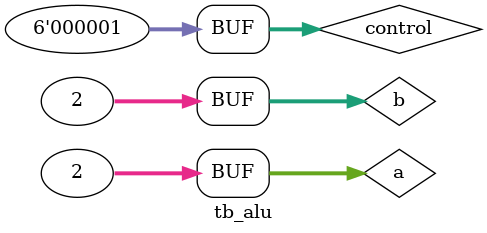
<source format=sv>
module tb_alu();

logic[31:0] a;
logic[31:0] b;
logic[5:0] control;
logic c,n,z,v;
logic[31:0] salida;

alu#(32)  UUT(a,b,control,c,n,z,v,salida);

initial begin
	a = 2;
	b = 2;
	control = 0;
	
	#5
	a = 5;
	b = 2;
	control = 1;
	
	#5
	a = 2;
	b = 4;
	control = 1;
	
	#5
	a = 2;
	b = 2;
	control = 1;

end

endmodule
</source>
